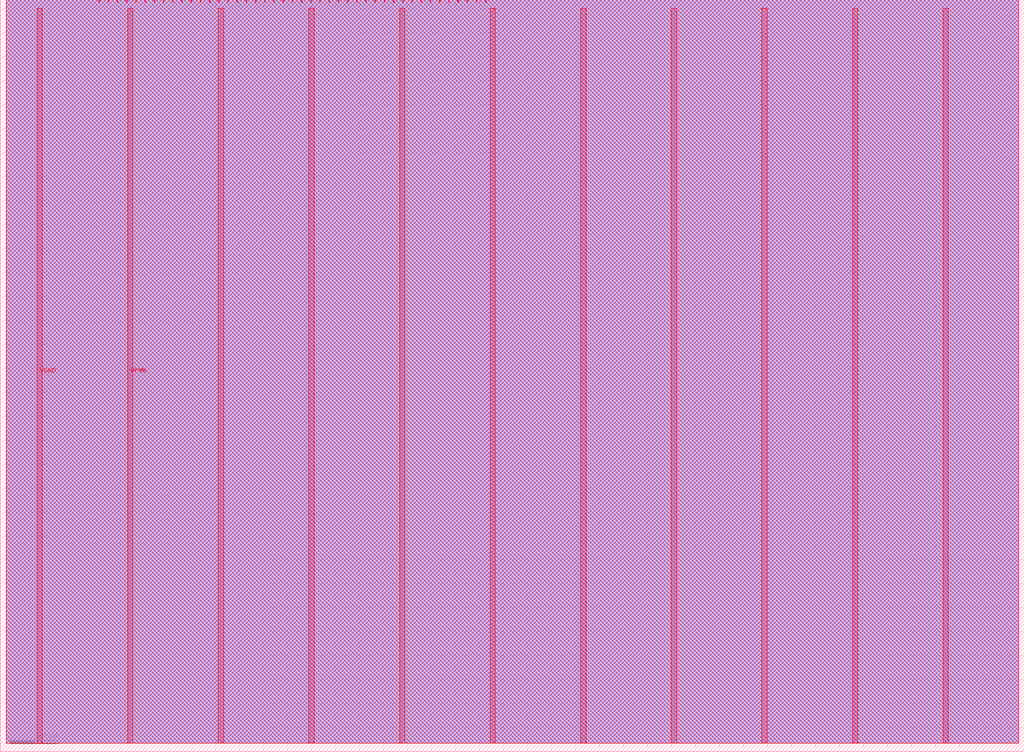
<source format=lef>
VERSION 5.8 ;
BUSBITCHARS "[]" ;
DIVIDERCHAR "/" ;
UNITS
    DATABASE MICRONS 1000 ;
END UNITS

VIA tt_um_MichaelBell_mandelbrot_via1_2_2200_440_1_5_410_410
  VIARULE via1Array ;
  CUTSIZE 0.19 0.19 ;
  LAYERS Metal1 Via1 Metal2 ;
  CUTSPACING 0.22 0.22 ;
  ENCLOSURE 0.01 0.125 0.05 0.005 ;
  ROWCOL 1 5 ;
END tt_um_MichaelBell_mandelbrot_via1_2_2200_440_1_5_410_410

VIA tt_um_MichaelBell_mandelbrot_via2_3_2200_440_1_5_410_410
  VIARULE via2Array ;
  CUTSIZE 0.19 0.19 ;
  LAYERS Metal2 Via2 Metal3 ;
  CUTSPACING 0.22 0.22 ;
  ENCLOSURE 0.05 0.005 0.005 0.05 ;
  ROWCOL 1 5 ;
END tt_um_MichaelBell_mandelbrot_via2_3_2200_440_1_5_410_410

VIA tt_um_MichaelBell_mandelbrot_via3_4_2200_440_1_5_410_410
  VIARULE via3Array ;
  CUTSIZE 0.19 0.19 ;
  LAYERS Metal3 Via3 Metal4 ;
  CUTSPACING 0.22 0.22 ;
  ENCLOSURE 0.005 0.05 0.05 0.005 ;
  ROWCOL 1 5 ;
END tt_um_MichaelBell_mandelbrot_via3_4_2200_440_1_5_410_410

VIA tt_um_MichaelBell_mandelbrot_via4_5_2200_440_1_5_410_410
  VIARULE via4Array ;
  CUTSIZE 0.19 0.19 ;
  LAYERS Metal4 Via4 Metal5 ;
  CUTSPACING 0.22 0.22 ;
  ENCLOSURE 0.05 0.005 0.185 0.05 ;
  ROWCOL 1 5 ;
END tt_um_MichaelBell_mandelbrot_via4_5_2200_440_1_5_410_410

MACRO tt_um_MichaelBell_mandelbrot
  FOREIGN tt_um_MichaelBell_mandelbrot 0 0 ;
  CLASS BLOCK ;
  SIZE 427.2 BY 313.74 ;
  PIN clk
    DIRECTION INPUT ;
    USE SIGNAL ;
    PORT
      LAYER Metal5 ;
        RECT  198.57 312.74 198.87 313.74 ;
    END
  END clk
  PIN ena
    DIRECTION INPUT ;
    USE SIGNAL ;
    PORT
      LAYER Metal5 ;
        RECT  202.41 312.74 202.71 313.74 ;
    END
  END ena
  PIN rst_n
    DIRECTION INPUT ;
    USE SIGNAL ;
    PORT
      LAYER Metal5 ;
        RECT  194.73 312.74 195.03 313.74 ;
    END
  END rst_n
  PIN ui_in[0]
    DIRECTION INPUT ;
    USE SIGNAL ;
    PORT
      LAYER Metal5 ;
        RECT  190.89 312.74 191.19 313.74 ;
    END
  END ui_in[0]
  PIN ui_in[1]
    DIRECTION INPUT ;
    USE SIGNAL ;
    PORT
      LAYER Metal5 ;
        RECT  187.05 312.74 187.35 313.74 ;
    END
  END ui_in[1]
  PIN ui_in[2]
    DIRECTION INPUT ;
    USE SIGNAL ;
    PORT
      LAYER Metal5 ;
        RECT  183.21 312.74 183.51 313.74 ;
    END
  END ui_in[2]
  PIN ui_in[3]
    DIRECTION INPUT ;
    USE SIGNAL ;
    PORT
      LAYER Metal5 ;
        RECT  179.37 312.74 179.67 313.74 ;
    END
  END ui_in[3]
  PIN ui_in[4]
    DIRECTION INPUT ;
    USE SIGNAL ;
    PORT
      LAYER Metal5 ;
        RECT  175.53 312.74 175.83 313.74 ;
    END
  END ui_in[4]
  PIN ui_in[5]
    DIRECTION INPUT ;
    USE SIGNAL ;
    PORT
      LAYER Metal5 ;
        RECT  171.69 312.74 171.99 313.74 ;
    END
  END ui_in[5]
  PIN ui_in[6]
    DIRECTION INPUT ;
    USE SIGNAL ;
    PORT
      LAYER Metal5 ;
        RECT  167.85 312.74 168.15 313.74 ;
    END
  END ui_in[6]
  PIN ui_in[7]
    DIRECTION INPUT ;
    USE SIGNAL ;
    PORT
      LAYER Metal5 ;
        RECT  164.01 312.74 164.31 313.74 ;
    END
  END ui_in[7]
  PIN uio_in[0]
    DIRECTION INPUT ;
    USE SIGNAL ;
    PORT
      LAYER Metal5 ;
        RECT  160.17 312.74 160.47 313.74 ;
    END
  END uio_in[0]
  PIN uio_in[1]
    DIRECTION INPUT ;
    USE SIGNAL ;
    PORT
      LAYER Metal5 ;
        RECT  156.33 312.74 156.63 313.74 ;
    END
  END uio_in[1]
  PIN uio_in[2]
    DIRECTION INPUT ;
    USE SIGNAL ;
    PORT
      LAYER Metal5 ;
        RECT  152.49 312.74 152.79 313.74 ;
    END
  END uio_in[2]
  PIN uio_in[3]
    DIRECTION INPUT ;
    USE SIGNAL ;
    PORT
      LAYER Metal5 ;
        RECT  148.65 312.74 148.95 313.74 ;
    END
  END uio_in[3]
  PIN uio_in[4]
    DIRECTION INPUT ;
    USE SIGNAL ;
    PORT
      LAYER Metal5 ;
        RECT  144.81 312.74 145.11 313.74 ;
    END
  END uio_in[4]
  PIN uio_in[5]
    DIRECTION INPUT ;
    USE SIGNAL ;
    PORT
      LAYER Metal5 ;
        RECT  140.97 312.74 141.27 313.74 ;
    END
  END uio_in[5]
  PIN uio_in[6]
    DIRECTION INPUT ;
    USE SIGNAL ;
    PORT
      LAYER Metal5 ;
        RECT  137.13 312.74 137.43 313.74 ;
    END
  END uio_in[6]
  PIN uio_in[7]
    DIRECTION INPUT ;
    USE SIGNAL ;
    PORT
      LAYER Metal5 ;
        RECT  133.29 312.74 133.59 313.74 ;
    END
  END uio_in[7]
  PIN uio_oe[0]
    DIRECTION OUTPUT ;
    USE SIGNAL ;
    PORT
      LAYER Metal5 ;
        RECT  68.01 312.74 68.31 313.74 ;
    END
  END uio_oe[0]
  PIN uio_oe[1]
    DIRECTION OUTPUT ;
    USE SIGNAL ;
    PORT
      LAYER Metal5 ;
        RECT  64.17 312.74 64.47 313.74 ;
    END
  END uio_oe[1]
  PIN uio_oe[2]
    DIRECTION OUTPUT ;
    USE SIGNAL ;
    PORT
      LAYER Metal5 ;
        RECT  60.33 312.74 60.63 313.74 ;
    END
  END uio_oe[2]
  PIN uio_oe[3]
    DIRECTION OUTPUT ;
    USE SIGNAL ;
    PORT
      LAYER Metal5 ;
        RECT  56.49 312.74 56.79 313.74 ;
    END
  END uio_oe[3]
  PIN uio_oe[4]
    DIRECTION OUTPUT ;
    USE SIGNAL ;
    PORT
      LAYER Metal5 ;
        RECT  52.65 312.74 52.95 313.74 ;
    END
  END uio_oe[4]
  PIN uio_oe[5]
    DIRECTION OUTPUT ;
    USE SIGNAL ;
    PORT
      LAYER Metal5 ;
        RECT  48.81 312.74 49.11 313.74 ;
    END
  END uio_oe[5]
  PIN uio_oe[6]
    DIRECTION OUTPUT ;
    USE SIGNAL ;
    PORT
      LAYER Metal5 ;
        RECT  44.97 312.74 45.27 313.74 ;
    END
  END uio_oe[6]
  PIN uio_oe[7]
    DIRECTION OUTPUT ;
    USE SIGNAL ;
    PORT
      LAYER Metal5 ;
        RECT  41.13 312.74 41.43 313.74 ;
    END
  END uio_oe[7]
  PIN uio_out[0]
    DIRECTION OUTPUT ;
    USE SIGNAL ;
    PORT
      LAYER Metal5 ;
        RECT  98.73 312.74 99.03 313.74 ;
    END
  END uio_out[0]
  PIN uio_out[1]
    DIRECTION OUTPUT ;
    USE SIGNAL ;
    PORT
      LAYER Metal5 ;
        RECT  94.89 312.74 95.19 313.74 ;
    END
  END uio_out[1]
  PIN uio_out[2]
    DIRECTION OUTPUT ;
    USE SIGNAL ;
    PORT
      LAYER Metal5 ;
        RECT  91.05 312.74 91.35 313.74 ;
    END
  END uio_out[2]
  PIN uio_out[3]
    DIRECTION OUTPUT ;
    USE SIGNAL ;
    PORT
      LAYER Metal5 ;
        RECT  87.21 312.74 87.51 313.74 ;
    END
  END uio_out[3]
  PIN uio_out[4]
    DIRECTION OUTPUT ;
    USE SIGNAL ;
    PORT
      LAYER Metal5 ;
        RECT  83.37 312.74 83.67 313.74 ;
    END
  END uio_out[4]
  PIN uio_out[5]
    DIRECTION OUTPUT ;
    USE SIGNAL ;
    PORT
      LAYER Metal5 ;
        RECT  79.53 312.74 79.83 313.74 ;
    END
  END uio_out[5]
  PIN uio_out[6]
    DIRECTION OUTPUT ;
    USE SIGNAL ;
    PORT
      LAYER Metal5 ;
        RECT  75.69 312.74 75.99 313.74 ;
    END
  END uio_out[6]
  PIN uio_out[7]
    DIRECTION OUTPUT ;
    USE SIGNAL ;
    PORT
      LAYER Metal5 ;
        RECT  71.85 312.74 72.15 313.74 ;
    END
  END uio_out[7]
  PIN uo_out[0]
    DIRECTION OUTPUT ;
    USE SIGNAL ;
    PORT
      LAYER Metal5 ;
        RECT  129.45 312.74 129.75 313.74 ;
    END
  END uo_out[0]
  PIN uo_out[1]
    DIRECTION OUTPUT ;
    USE SIGNAL ;
    PORT
      LAYER Metal5 ;
        RECT  125.61 312.74 125.91 313.74 ;
    END
  END uo_out[1]
  PIN uo_out[2]
    DIRECTION OUTPUT ;
    USE SIGNAL ;
    PORT
      LAYER Metal5 ;
        RECT  121.77 312.74 122.07 313.74 ;
    END
  END uo_out[2]
  PIN uo_out[3]
    DIRECTION OUTPUT ;
    USE SIGNAL ;
    PORT
      LAYER Metal5 ;
        RECT  117.93 312.74 118.23 313.74 ;
    END
  END uo_out[3]
  PIN uo_out[4]
    DIRECTION OUTPUT ;
    USE SIGNAL ;
    PORT
      LAYER Metal5 ;
        RECT  114.09 312.74 114.39 313.74 ;
    END
  END uo_out[4]
  PIN uo_out[5]
    DIRECTION OUTPUT ;
    USE SIGNAL ;
    PORT
      LAYER Metal5 ;
        RECT  110.25 312.74 110.55 313.74 ;
    END
  END uo_out[5]
  PIN uo_out[6]
    DIRECTION OUTPUT ;
    USE SIGNAL ;
    PORT
      LAYER Metal5 ;
        RECT  106.41 312.74 106.71 313.74 ;
    END
  END uo_out[6]
  PIN uo_out[7]
    DIRECTION OUTPUT ;
    USE SIGNAL ;
    PORT
      LAYER Metal5 ;
        RECT  102.57 312.74 102.87 313.74 ;
    END
  END uo_out[7]
  PIN VGND
    DIRECTION INOUT ;
    USE GROUND ;
    PORT
      LAYER Metal5 ;
        RECT  393.38 3.56 395.58 310.18 ;
        RECT  317.78 3.56 319.98 310.18 ;
        RECT  242.18 3.56 244.38 310.18 ;
        RECT  166.58 3.56 168.78 310.18 ;
        RECT  90.98 3.56 93.18 310.18 ;
        RECT  15.38 3.56 17.58 310.18 ;
    END
  END VGND
  PIN VPWR
    DIRECTION INOUT ;
    USE POWER ;
    PORT
      LAYER Metal5 ;
        RECT  355.58 3.56 357.78 310.18 ;
        RECT  279.98 3.56 282.18 310.18 ;
        RECT  204.38 3.56 206.58 310.18 ;
        RECT  128.78 3.56 130.98 310.18 ;
        RECT  53.18 3.56 55.38 310.18 ;
    END
  END VPWR
  OBS
    LAYER Metal1 ;
     RECT  2.605 3.56 424.945 313.74 ;
    LAYER Metal2 ;
     RECT  2.605 3.56 424.945 313.74 ;
    LAYER Metal3 ;
     RECT  2.605 3.56 424.945 313.74 ;
    LAYER Metal4 ;
     RECT  2.605 3.56 424.945 313.74 ;
    LAYER Metal5 ;
     RECT  2.605 3.56 424.945 313.74 ;
  END
END tt_um_MichaelBell_mandelbrot
END LIBRARY

</source>
